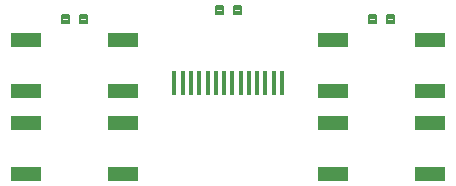
<source format=gbp>
G75*
%MOIN*%
%OFA0B0*%
%FSLAX25Y25*%
%IPPOS*%
%LPD*%
%AMOC8*
5,1,8,0,0,1.08239X$1,22.5*
%
%ADD10R,0.01378X0.07874*%
%ADD11C,0.00750*%
%ADD12R,0.10000X0.05000*%
D10*
X0058577Y0062913D03*
X0061333Y0062913D03*
X0064089Y0062913D03*
X0066845Y0062913D03*
X0069601Y0062913D03*
X0072357Y0062913D03*
X0075113Y0062913D03*
X0077868Y0062913D03*
X0080624Y0062913D03*
X0083380Y0062913D03*
X0086136Y0062913D03*
X0088892Y0062913D03*
X0091648Y0062913D03*
X0094404Y0062913D03*
D11*
X0123547Y0085903D02*
X0125797Y0085903D01*
X0125797Y0083153D01*
X0123547Y0083153D01*
X0123547Y0085903D01*
X0123547Y0083902D02*
X0125797Y0083902D01*
X0125797Y0084651D02*
X0123547Y0084651D01*
X0123547Y0085400D02*
X0125797Y0085400D01*
X0129547Y0085903D02*
X0131797Y0085903D01*
X0131797Y0083153D01*
X0129547Y0083153D01*
X0129547Y0085903D01*
X0129547Y0083902D02*
X0131797Y0083902D01*
X0131797Y0084651D02*
X0129547Y0084651D01*
X0129547Y0085400D02*
X0131797Y0085400D01*
X0080615Y0088855D02*
X0078365Y0088855D01*
X0080615Y0088855D02*
X0080615Y0086105D01*
X0078365Y0086105D01*
X0078365Y0088855D01*
X0078365Y0086854D02*
X0080615Y0086854D01*
X0080615Y0087603D02*
X0078365Y0087603D01*
X0078365Y0088352D02*
X0080615Y0088352D01*
X0074615Y0088855D02*
X0072365Y0088855D01*
X0074615Y0088855D02*
X0074615Y0086105D01*
X0072365Y0086105D01*
X0072365Y0088855D01*
X0072365Y0086854D02*
X0074615Y0086854D01*
X0074615Y0087603D02*
X0072365Y0087603D01*
X0072365Y0088352D02*
X0074615Y0088352D01*
X0029434Y0085903D02*
X0027184Y0085903D01*
X0029434Y0085903D02*
X0029434Y0083153D01*
X0027184Y0083153D01*
X0027184Y0085903D01*
X0027184Y0083902D02*
X0029434Y0083902D01*
X0029434Y0084651D02*
X0027184Y0084651D01*
X0027184Y0085400D02*
X0029434Y0085400D01*
X0023434Y0085903D02*
X0021184Y0085903D01*
X0023434Y0085903D02*
X0023434Y0083153D01*
X0021184Y0083153D01*
X0021184Y0085903D01*
X0021184Y0083902D02*
X0023434Y0083902D01*
X0023434Y0084651D02*
X0021184Y0084651D01*
X0021184Y0085400D02*
X0023434Y0085400D01*
D12*
X0009053Y0032720D03*
X0009053Y0049720D03*
X0009053Y0060280D03*
X0009053Y0077280D03*
X0041565Y0077280D03*
X0041565Y0060280D03*
X0041565Y0049720D03*
X0041565Y0032720D03*
X0111416Y0032720D03*
X0111416Y0049720D03*
X0111416Y0060280D03*
X0111416Y0077280D03*
X0143927Y0077280D03*
X0143927Y0060280D03*
X0143927Y0049720D03*
X0143927Y0032720D03*
M02*

</source>
